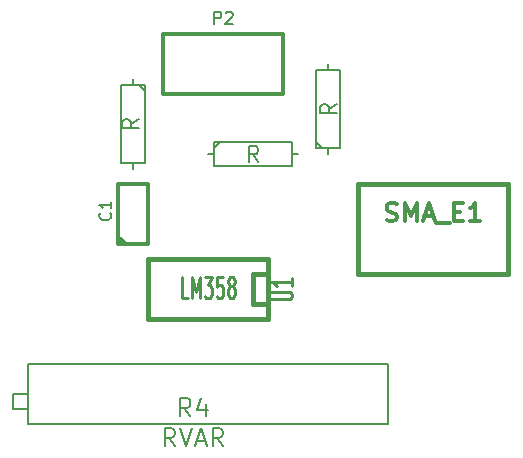
<source format=gto>
G04 (created by PCBNEW (2013-may-18)-stable) date Mon 07 Apr 2014 05:19:34 PM MDT*
%MOIN*%
G04 Gerber Fmt 3.4, Leading zero omitted, Abs format*
%FSLAX34Y34*%
G01*
G70*
G90*
G04 APERTURE LIST*
%ADD10C,0.00590551*%
%ADD11C,0.015*%
%ADD12C,0.008*%
%ADD13C,0.012*%
%ADD14C,0.01125*%
%ADD15C,0.01*%
G04 APERTURE END LIST*
G54D10*
G54D11*
X20000Y-17490D02*
X20000Y-20490D01*
X20000Y-20490D02*
X25000Y-20490D01*
X25000Y-20490D02*
X25000Y-17490D01*
X25000Y-17490D02*
X20000Y-17490D01*
G54D12*
X19000Y-16500D02*
X19000Y-16300D01*
X19000Y-13500D02*
X19000Y-13700D01*
X19000Y-13700D02*
X18600Y-13700D01*
X18600Y-13700D02*
X18600Y-16300D01*
X18600Y-16300D02*
X19400Y-16300D01*
X19400Y-16300D02*
X19400Y-13700D01*
X19400Y-13700D02*
X19000Y-13700D01*
X18800Y-16300D02*
X18600Y-16100D01*
X15000Y-16500D02*
X15200Y-16500D01*
X18000Y-16500D02*
X17800Y-16500D01*
X17800Y-16500D02*
X17800Y-16100D01*
X17800Y-16100D02*
X15200Y-16100D01*
X15200Y-16100D02*
X15200Y-16900D01*
X15200Y-16900D02*
X17800Y-16900D01*
X17800Y-16900D02*
X17800Y-16500D01*
X15200Y-16300D02*
X15400Y-16100D01*
X12500Y-14000D02*
X12500Y-14200D01*
X12500Y-17000D02*
X12500Y-16800D01*
X12500Y-16800D02*
X12900Y-16800D01*
X12900Y-16800D02*
X12900Y-14200D01*
X12900Y-14200D02*
X12100Y-14200D01*
X12100Y-14200D02*
X12100Y-16800D01*
X12100Y-16800D02*
X12500Y-16800D01*
X12700Y-14200D02*
X12900Y-14400D01*
G54D13*
X13500Y-12500D02*
X17500Y-12500D01*
X17500Y-12500D02*
X17500Y-14500D01*
X17500Y-14500D02*
X13500Y-14500D01*
X13500Y-14500D02*
X13500Y-12500D01*
G54D11*
X17000Y-21500D02*
X16500Y-21500D01*
X16500Y-21500D02*
X16500Y-20500D01*
X16500Y-20500D02*
X17000Y-20500D01*
X17000Y-22000D02*
X13000Y-22000D01*
X13000Y-22000D02*
X13000Y-20000D01*
X13000Y-20000D02*
X17000Y-20000D01*
X17000Y-20000D02*
X17000Y-22000D01*
G54D13*
X12000Y-19480D02*
X12000Y-17500D01*
X12000Y-17500D02*
X13000Y-17500D01*
X13000Y-17500D02*
X13000Y-19500D01*
X13000Y-19500D02*
X12000Y-19500D01*
X12250Y-19500D02*
X12000Y-19250D01*
G54D10*
X9000Y-24500D02*
X8500Y-24500D01*
X8500Y-24500D02*
X8500Y-25000D01*
X8500Y-25000D02*
X9000Y-25000D01*
X9000Y-23500D02*
X21000Y-23500D01*
X21000Y-25500D02*
X9000Y-25500D01*
X21000Y-25500D02*
X21000Y-23500D01*
X9000Y-25500D02*
X9000Y-23500D01*
G54D13*
X20942Y-18714D02*
X21028Y-18742D01*
X21171Y-18742D01*
X21228Y-18714D01*
X21257Y-18685D01*
X21285Y-18628D01*
X21285Y-18571D01*
X21257Y-18514D01*
X21228Y-18485D01*
X21171Y-18457D01*
X21057Y-18428D01*
X21000Y-18400D01*
X20971Y-18371D01*
X20942Y-18314D01*
X20942Y-18257D01*
X20971Y-18200D01*
X21000Y-18171D01*
X21057Y-18142D01*
X21200Y-18142D01*
X21285Y-18171D01*
X21542Y-18742D02*
X21542Y-18142D01*
X21742Y-18571D01*
X21942Y-18142D01*
X21942Y-18742D01*
X22200Y-18571D02*
X22485Y-18571D01*
X22142Y-18742D02*
X22342Y-18142D01*
X22542Y-18742D01*
X22600Y-18800D02*
X23057Y-18800D01*
X23200Y-18428D02*
X23400Y-18428D01*
X23485Y-18742D02*
X23200Y-18742D01*
X23200Y-18142D01*
X23485Y-18142D01*
X24057Y-18742D02*
X23714Y-18742D01*
X23885Y-18742D02*
X23885Y-18142D01*
X23828Y-18228D01*
X23771Y-18285D01*
X23714Y-18314D01*
G54D12*
X19272Y-14845D02*
X19010Y-15011D01*
X19272Y-15130D02*
X18722Y-15130D01*
X18722Y-14940D01*
X18748Y-14892D01*
X18775Y-14869D01*
X18827Y-14845D01*
X18905Y-14845D01*
X18958Y-14869D01*
X18984Y-14892D01*
X19010Y-14940D01*
X19010Y-15130D01*
X16654Y-16772D02*
X16488Y-16510D01*
X16369Y-16772D02*
X16369Y-16222D01*
X16559Y-16222D01*
X16607Y-16248D01*
X16630Y-16275D01*
X16654Y-16327D01*
X16654Y-16405D01*
X16630Y-16458D01*
X16607Y-16484D01*
X16559Y-16510D01*
X16369Y-16510D01*
X12672Y-15345D02*
X12410Y-15511D01*
X12672Y-15630D02*
X12122Y-15630D01*
X12122Y-15440D01*
X12148Y-15392D01*
X12175Y-15369D01*
X12227Y-15345D01*
X12305Y-15345D01*
X12358Y-15369D01*
X12384Y-15392D01*
X12410Y-15440D01*
X12410Y-15630D01*
X15204Y-12161D02*
X15204Y-11761D01*
X15357Y-11761D01*
X15395Y-11780D01*
X15414Y-11800D01*
X15433Y-11838D01*
X15433Y-11895D01*
X15414Y-11933D01*
X15395Y-11952D01*
X15357Y-11971D01*
X15204Y-11971D01*
X15585Y-11800D02*
X15604Y-11780D01*
X15642Y-11761D01*
X15738Y-11761D01*
X15776Y-11780D01*
X15795Y-11800D01*
X15814Y-11838D01*
X15814Y-11876D01*
X15795Y-11933D01*
X15566Y-12161D01*
X15814Y-12161D01*
G54D14*
X17083Y-21342D02*
X17650Y-21342D01*
X17716Y-21321D01*
X17750Y-21300D01*
X17783Y-21257D01*
X17783Y-21171D01*
X17750Y-21128D01*
X17716Y-21107D01*
X17650Y-21085D01*
X17083Y-21085D01*
X17783Y-20635D02*
X17783Y-20892D01*
X17783Y-20764D02*
X17083Y-20764D01*
X17183Y-20807D01*
X17250Y-20850D01*
X17283Y-20892D01*
G54D13*
G54D15*
X14323Y-21283D02*
X14133Y-21283D01*
X14133Y-20583D01*
X14457Y-21283D02*
X14457Y-20583D01*
X14590Y-21083D01*
X14723Y-20583D01*
X14723Y-21283D01*
X14876Y-20583D02*
X15123Y-20583D01*
X14990Y-20850D01*
X15047Y-20850D01*
X15085Y-20883D01*
X15104Y-20916D01*
X15123Y-20983D01*
X15123Y-21150D01*
X15104Y-21216D01*
X15085Y-21250D01*
X15047Y-21283D01*
X14933Y-21283D01*
X14895Y-21250D01*
X14876Y-21216D01*
X15485Y-20583D02*
X15295Y-20583D01*
X15276Y-20916D01*
X15295Y-20883D01*
X15333Y-20850D01*
X15428Y-20850D01*
X15466Y-20883D01*
X15485Y-20916D01*
X15504Y-20983D01*
X15504Y-21150D01*
X15485Y-21216D01*
X15466Y-21250D01*
X15428Y-21283D01*
X15333Y-21283D01*
X15295Y-21250D01*
X15276Y-21216D01*
X15733Y-20883D02*
X15695Y-20850D01*
X15676Y-20816D01*
X15657Y-20750D01*
X15657Y-20716D01*
X15676Y-20650D01*
X15695Y-20616D01*
X15733Y-20583D01*
X15809Y-20583D01*
X15847Y-20616D01*
X15866Y-20650D01*
X15885Y-20716D01*
X15885Y-20750D01*
X15866Y-20816D01*
X15847Y-20850D01*
X15809Y-20883D01*
X15733Y-20883D01*
X15695Y-20916D01*
X15676Y-20950D01*
X15657Y-21016D01*
X15657Y-21150D01*
X15676Y-21216D01*
X15695Y-21250D01*
X15733Y-21283D01*
X15809Y-21283D01*
X15847Y-21250D01*
X15866Y-21216D01*
X15885Y-21150D01*
X15885Y-21016D01*
X15866Y-20950D01*
X15847Y-20916D01*
X15809Y-20883D01*
G54D13*
G54D12*
X11723Y-18466D02*
X11742Y-18485D01*
X11761Y-18542D01*
X11761Y-18580D01*
X11742Y-18638D01*
X11704Y-18676D01*
X11666Y-18695D01*
X11590Y-18714D01*
X11533Y-18714D01*
X11457Y-18695D01*
X11419Y-18676D01*
X11380Y-18638D01*
X11361Y-18580D01*
X11361Y-18542D01*
X11380Y-18485D01*
X11400Y-18466D01*
X11761Y-18085D02*
X11761Y-18314D01*
X11761Y-18199D02*
X11361Y-18199D01*
X11419Y-18238D01*
X11457Y-18276D01*
X11476Y-18314D01*
G54D10*
X14401Y-25239D02*
X14204Y-24957D01*
X14064Y-25239D02*
X14064Y-24648D01*
X14289Y-24648D01*
X14345Y-24676D01*
X14373Y-24704D01*
X14401Y-24760D01*
X14401Y-24845D01*
X14373Y-24901D01*
X14345Y-24929D01*
X14289Y-24957D01*
X14064Y-24957D01*
X14907Y-24845D02*
X14907Y-25239D01*
X14767Y-24620D02*
X14626Y-25042D01*
X14992Y-25042D01*
X13881Y-26239D02*
X13684Y-25957D01*
X13543Y-26239D02*
X13543Y-25648D01*
X13768Y-25648D01*
X13825Y-25676D01*
X13853Y-25704D01*
X13881Y-25760D01*
X13881Y-25845D01*
X13853Y-25901D01*
X13825Y-25929D01*
X13768Y-25957D01*
X13543Y-25957D01*
X14050Y-25648D02*
X14246Y-26239D01*
X14443Y-25648D01*
X14612Y-26070D02*
X14893Y-26070D01*
X14556Y-26239D02*
X14753Y-25648D01*
X14949Y-26239D01*
X15484Y-26239D02*
X15287Y-25957D01*
X15146Y-26239D02*
X15146Y-25648D01*
X15371Y-25648D01*
X15428Y-25676D01*
X15456Y-25704D01*
X15484Y-25760D01*
X15484Y-25845D01*
X15456Y-25901D01*
X15428Y-25929D01*
X15371Y-25957D01*
X15146Y-25957D01*
M02*

</source>
